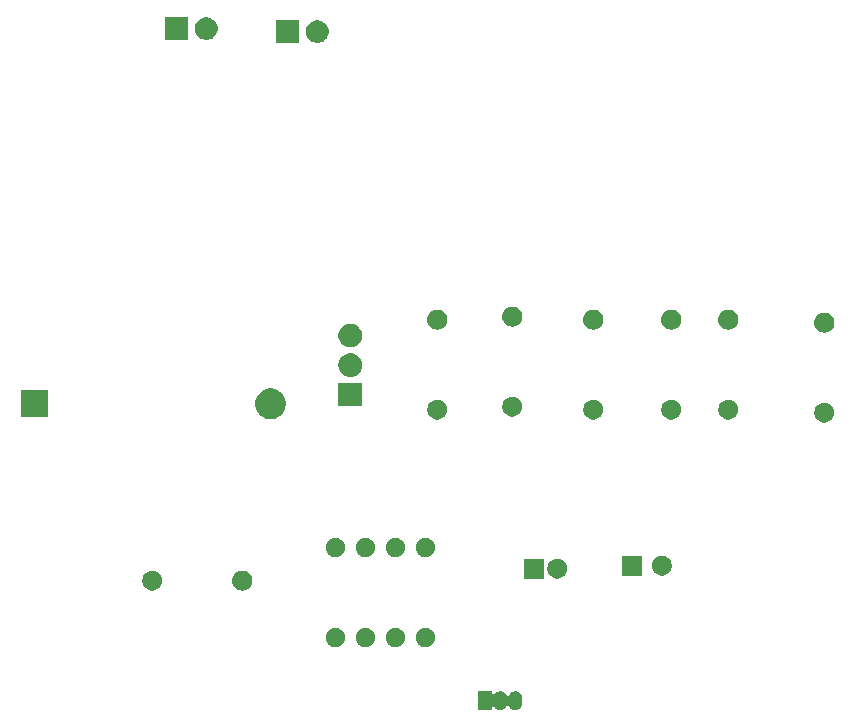
<source format=gbs>
G04 #@! TF.GenerationSoftware,KiCad,Pcbnew,5.1.4+dfsg1-1*
G04 #@! TF.CreationDate,2019-08-20T23:47:00-04:00*
G04 #@! TF.ProjectId,hello_world,68656c6c-6f5f-4776-9f72-6c642e6b6963,v01*
G04 #@! TF.SameCoordinates,Original*
G04 #@! TF.FileFunction,Soldermask,Bot*
G04 #@! TF.FilePolarity,Negative*
%FSLAX46Y46*%
G04 Gerber Fmt 4.6, Leading zero omitted, Abs format (unit mm)*
G04 Created by KiCad (PCBNEW 5.1.4+dfsg1-1) date 2019-08-20 23:47:00*
%MOMM*%
%LPD*%
G04 APERTURE LIST*
%ADD10C,0.100000*%
G04 APERTURE END LIST*
D10*
G36*
X171054915Y-129509334D02*
G01*
X171163491Y-129542271D01*
X171163494Y-129542272D01*
X171199600Y-129561571D01*
X171263556Y-129595756D01*
X171351264Y-129667736D01*
X171423244Y-129755443D01*
X171457429Y-129819399D01*
X171476728Y-129855505D01*
X171476729Y-129855508D01*
X171509666Y-129964084D01*
X171518000Y-130048702D01*
X171518000Y-130555297D01*
X171509666Y-130639916D01*
X171477252Y-130746767D01*
X171476728Y-130748495D01*
X171466761Y-130767141D01*
X171423244Y-130848557D01*
X171351264Y-130936264D01*
X171263557Y-131008244D01*
X171199601Y-131042429D01*
X171163495Y-131061728D01*
X171163492Y-131061729D01*
X171054916Y-131094666D01*
X170942000Y-131105787D01*
X170829085Y-131094666D01*
X170720509Y-131061729D01*
X170720506Y-131061728D01*
X170684400Y-131042429D01*
X170620444Y-131008244D01*
X170532737Y-130936264D01*
X170460757Y-130848557D01*
X170417239Y-130767141D01*
X170403625Y-130746766D01*
X170386298Y-130729439D01*
X170365924Y-130715826D01*
X170343285Y-130706448D01*
X170319252Y-130701668D01*
X170294748Y-130701668D01*
X170270715Y-130706448D01*
X170248076Y-130715826D01*
X170227701Y-130729440D01*
X170210374Y-130746767D01*
X170196761Y-130767141D01*
X170153244Y-130848557D01*
X170081264Y-130936264D01*
X169993557Y-131008244D01*
X169929601Y-131042429D01*
X169893495Y-131061728D01*
X169893492Y-131061729D01*
X169784916Y-131094666D01*
X169672000Y-131105787D01*
X169559085Y-131094666D01*
X169450509Y-131061729D01*
X169450506Y-131061728D01*
X169414400Y-131042429D01*
X169350444Y-131008244D01*
X169262737Y-130936264D01*
X169199622Y-130859359D01*
X169182297Y-130842034D01*
X169161923Y-130828420D01*
X169139284Y-130819043D01*
X169115250Y-130814263D01*
X169090746Y-130814263D01*
X169066713Y-130819044D01*
X169044074Y-130828421D01*
X169023700Y-130842035D01*
X169006373Y-130859362D01*
X168992759Y-130879736D01*
X168983382Y-130902375D01*
X168978000Y-130938660D01*
X168978000Y-131103000D01*
X167826000Y-131103000D01*
X167826000Y-129501000D01*
X168978000Y-129501000D01*
X168978000Y-129665341D01*
X168980402Y-129689727D01*
X168987515Y-129713176D01*
X168999066Y-129734787D01*
X169014611Y-129753729D01*
X169033553Y-129769274D01*
X169055164Y-129780825D01*
X169078613Y-129787938D01*
X169102999Y-129790340D01*
X169127385Y-129787938D01*
X169150834Y-129780825D01*
X169172445Y-129769274D01*
X169191387Y-129753729D01*
X169199608Y-129744657D01*
X169262736Y-129667736D01*
X169350443Y-129595756D01*
X169414399Y-129561571D01*
X169450505Y-129542272D01*
X169450508Y-129542271D01*
X169559084Y-129509334D01*
X169672000Y-129498213D01*
X169784915Y-129509334D01*
X169893491Y-129542271D01*
X169893494Y-129542272D01*
X169929600Y-129561571D01*
X169993556Y-129595756D01*
X170081264Y-129667736D01*
X170153244Y-129755443D01*
X170196761Y-129836859D01*
X170210375Y-129857234D01*
X170227702Y-129874561D01*
X170248076Y-129888174D01*
X170270715Y-129897552D01*
X170294748Y-129902332D01*
X170319252Y-129902332D01*
X170343285Y-129897552D01*
X170365924Y-129888174D01*
X170386299Y-129874560D01*
X170403626Y-129857233D01*
X170417239Y-129836860D01*
X170460756Y-129755444D01*
X170532736Y-129667736D01*
X170620443Y-129595756D01*
X170684399Y-129561571D01*
X170720505Y-129542272D01*
X170720508Y-129542271D01*
X170829084Y-129509334D01*
X170942000Y-129498213D01*
X171054915Y-129509334D01*
X171054915Y-129509334D01*
G37*
G36*
X158479142Y-124186242D02*
G01*
X158627101Y-124247529D01*
X158760255Y-124336499D01*
X158873501Y-124449745D01*
X158962471Y-124582899D01*
X159023758Y-124730858D01*
X159055000Y-124887925D01*
X159055000Y-125048075D01*
X159023758Y-125205142D01*
X158962471Y-125353101D01*
X158873501Y-125486255D01*
X158760255Y-125599501D01*
X158627101Y-125688471D01*
X158479142Y-125749758D01*
X158322075Y-125781000D01*
X158161925Y-125781000D01*
X158004858Y-125749758D01*
X157856899Y-125688471D01*
X157723745Y-125599501D01*
X157610499Y-125486255D01*
X157521529Y-125353101D01*
X157460242Y-125205142D01*
X157429000Y-125048075D01*
X157429000Y-124887925D01*
X157460242Y-124730858D01*
X157521529Y-124582899D01*
X157610499Y-124449745D01*
X157723745Y-124336499D01*
X157856899Y-124247529D01*
X158004858Y-124186242D01*
X158161925Y-124155000D01*
X158322075Y-124155000D01*
X158479142Y-124186242D01*
X158479142Y-124186242D01*
G37*
G36*
X161019142Y-124186242D02*
G01*
X161167101Y-124247529D01*
X161300255Y-124336499D01*
X161413501Y-124449745D01*
X161502471Y-124582899D01*
X161563758Y-124730858D01*
X161595000Y-124887925D01*
X161595000Y-125048075D01*
X161563758Y-125205142D01*
X161502471Y-125353101D01*
X161413501Y-125486255D01*
X161300255Y-125599501D01*
X161167101Y-125688471D01*
X161019142Y-125749758D01*
X160862075Y-125781000D01*
X160701925Y-125781000D01*
X160544858Y-125749758D01*
X160396899Y-125688471D01*
X160263745Y-125599501D01*
X160150499Y-125486255D01*
X160061529Y-125353101D01*
X160000242Y-125205142D01*
X159969000Y-125048075D01*
X159969000Y-124887925D01*
X160000242Y-124730858D01*
X160061529Y-124582899D01*
X160150499Y-124449745D01*
X160263745Y-124336499D01*
X160396899Y-124247529D01*
X160544858Y-124186242D01*
X160701925Y-124155000D01*
X160862075Y-124155000D01*
X161019142Y-124186242D01*
X161019142Y-124186242D01*
G37*
G36*
X163559142Y-124186242D02*
G01*
X163707101Y-124247529D01*
X163840255Y-124336499D01*
X163953501Y-124449745D01*
X164042471Y-124582899D01*
X164103758Y-124730858D01*
X164135000Y-124887925D01*
X164135000Y-125048075D01*
X164103758Y-125205142D01*
X164042471Y-125353101D01*
X163953501Y-125486255D01*
X163840255Y-125599501D01*
X163707101Y-125688471D01*
X163559142Y-125749758D01*
X163402075Y-125781000D01*
X163241925Y-125781000D01*
X163084858Y-125749758D01*
X162936899Y-125688471D01*
X162803745Y-125599501D01*
X162690499Y-125486255D01*
X162601529Y-125353101D01*
X162540242Y-125205142D01*
X162509000Y-125048075D01*
X162509000Y-124887925D01*
X162540242Y-124730858D01*
X162601529Y-124582899D01*
X162690499Y-124449745D01*
X162803745Y-124336499D01*
X162936899Y-124247529D01*
X163084858Y-124186242D01*
X163241925Y-124155000D01*
X163402075Y-124155000D01*
X163559142Y-124186242D01*
X163559142Y-124186242D01*
G37*
G36*
X155939142Y-124186242D02*
G01*
X156087101Y-124247529D01*
X156220255Y-124336499D01*
X156333501Y-124449745D01*
X156422471Y-124582899D01*
X156483758Y-124730858D01*
X156515000Y-124887925D01*
X156515000Y-125048075D01*
X156483758Y-125205142D01*
X156422471Y-125353101D01*
X156333501Y-125486255D01*
X156220255Y-125599501D01*
X156087101Y-125688471D01*
X155939142Y-125749758D01*
X155782075Y-125781000D01*
X155621925Y-125781000D01*
X155464858Y-125749758D01*
X155316899Y-125688471D01*
X155183745Y-125599501D01*
X155070499Y-125486255D01*
X154981529Y-125353101D01*
X154920242Y-125205142D01*
X154889000Y-125048075D01*
X154889000Y-124887925D01*
X154920242Y-124730858D01*
X154981529Y-124582899D01*
X155070499Y-124449745D01*
X155183745Y-124336499D01*
X155316899Y-124247529D01*
X155464858Y-124186242D01*
X155621925Y-124155000D01*
X155782075Y-124155000D01*
X155939142Y-124186242D01*
X155939142Y-124186242D01*
G37*
G36*
X140456228Y-119323703D02*
G01*
X140611100Y-119387853D01*
X140750481Y-119480985D01*
X140869015Y-119599519D01*
X140962147Y-119738900D01*
X141026297Y-119893772D01*
X141059000Y-120058184D01*
X141059000Y-120225816D01*
X141026297Y-120390228D01*
X140962147Y-120545100D01*
X140869015Y-120684481D01*
X140750481Y-120803015D01*
X140611100Y-120896147D01*
X140456228Y-120960297D01*
X140291816Y-120993000D01*
X140124184Y-120993000D01*
X139959772Y-120960297D01*
X139804900Y-120896147D01*
X139665519Y-120803015D01*
X139546985Y-120684481D01*
X139453853Y-120545100D01*
X139389703Y-120390228D01*
X139357000Y-120225816D01*
X139357000Y-120058184D01*
X139389703Y-119893772D01*
X139453853Y-119738900D01*
X139546985Y-119599519D01*
X139665519Y-119480985D01*
X139804900Y-119387853D01*
X139959772Y-119323703D01*
X140124184Y-119291000D01*
X140291816Y-119291000D01*
X140456228Y-119323703D01*
X140456228Y-119323703D01*
G37*
G36*
X147994823Y-119303313D02*
G01*
X148155242Y-119351976D01*
X148287906Y-119422886D01*
X148303078Y-119430996D01*
X148432659Y-119537341D01*
X148539004Y-119666922D01*
X148539005Y-119666924D01*
X148618024Y-119814758D01*
X148666687Y-119975177D01*
X148683117Y-120142000D01*
X148666687Y-120308823D01*
X148618024Y-120469242D01*
X148577477Y-120545100D01*
X148539004Y-120617078D01*
X148432659Y-120746659D01*
X148303078Y-120853004D01*
X148303076Y-120853005D01*
X148155242Y-120932024D01*
X147994823Y-120980687D01*
X147869804Y-120993000D01*
X147786196Y-120993000D01*
X147661177Y-120980687D01*
X147500758Y-120932024D01*
X147352924Y-120853005D01*
X147352922Y-120853004D01*
X147223341Y-120746659D01*
X147116996Y-120617078D01*
X147078523Y-120545100D01*
X147037976Y-120469242D01*
X146989313Y-120308823D01*
X146972883Y-120142000D01*
X146989313Y-119975177D01*
X147037976Y-119814758D01*
X147116995Y-119666924D01*
X147116996Y-119666922D01*
X147223341Y-119537341D01*
X147352922Y-119430996D01*
X147368094Y-119422886D01*
X147500758Y-119351976D01*
X147661177Y-119303313D01*
X147786196Y-119291000D01*
X147869804Y-119291000D01*
X147994823Y-119303313D01*
X147994823Y-119303313D01*
G37*
G36*
X174746228Y-118307703D02*
G01*
X174901100Y-118371853D01*
X175040481Y-118464985D01*
X175159015Y-118583519D01*
X175252147Y-118722900D01*
X175316297Y-118877772D01*
X175349000Y-119042184D01*
X175349000Y-119209816D01*
X175316297Y-119374228D01*
X175252147Y-119529100D01*
X175159015Y-119668481D01*
X175040481Y-119787015D01*
X174901100Y-119880147D01*
X174746228Y-119944297D01*
X174581816Y-119977000D01*
X174414184Y-119977000D01*
X174249772Y-119944297D01*
X174094900Y-119880147D01*
X173955519Y-119787015D01*
X173836985Y-119668481D01*
X173743853Y-119529100D01*
X173679703Y-119374228D01*
X173647000Y-119209816D01*
X173647000Y-119042184D01*
X173679703Y-118877772D01*
X173743853Y-118722900D01*
X173836985Y-118583519D01*
X173955519Y-118464985D01*
X174094900Y-118371853D01*
X174249772Y-118307703D01*
X174414184Y-118275000D01*
X174581816Y-118275000D01*
X174746228Y-118307703D01*
X174746228Y-118307703D01*
G37*
G36*
X173349000Y-119977000D02*
G01*
X171647000Y-119977000D01*
X171647000Y-118275000D01*
X173349000Y-118275000D01*
X173349000Y-119977000D01*
X173349000Y-119977000D01*
G37*
G36*
X181699000Y-119723000D02*
G01*
X179997000Y-119723000D01*
X179997000Y-118021000D01*
X181699000Y-118021000D01*
X181699000Y-119723000D01*
X181699000Y-119723000D01*
G37*
G36*
X183596228Y-118053703D02*
G01*
X183751100Y-118117853D01*
X183890481Y-118210985D01*
X184009015Y-118329519D01*
X184102147Y-118468900D01*
X184166297Y-118623772D01*
X184199000Y-118788184D01*
X184199000Y-118955816D01*
X184166297Y-119120228D01*
X184102147Y-119275100D01*
X184009015Y-119414481D01*
X183890481Y-119533015D01*
X183751100Y-119626147D01*
X183596228Y-119690297D01*
X183431816Y-119723000D01*
X183264184Y-119723000D01*
X183099772Y-119690297D01*
X182944900Y-119626147D01*
X182805519Y-119533015D01*
X182686985Y-119414481D01*
X182593853Y-119275100D01*
X182529703Y-119120228D01*
X182497000Y-118955816D01*
X182497000Y-118788184D01*
X182529703Y-118623772D01*
X182593853Y-118468900D01*
X182686985Y-118329519D01*
X182805519Y-118210985D01*
X182944900Y-118117853D01*
X183099772Y-118053703D01*
X183264184Y-118021000D01*
X183431816Y-118021000D01*
X183596228Y-118053703D01*
X183596228Y-118053703D01*
G37*
G36*
X163559142Y-116566242D02*
G01*
X163707101Y-116627529D01*
X163840255Y-116716499D01*
X163953501Y-116829745D01*
X164042471Y-116962899D01*
X164103758Y-117110858D01*
X164135000Y-117267925D01*
X164135000Y-117428075D01*
X164103758Y-117585142D01*
X164042471Y-117733101D01*
X163953501Y-117866255D01*
X163840255Y-117979501D01*
X163707101Y-118068471D01*
X163559142Y-118129758D01*
X163402075Y-118161000D01*
X163241925Y-118161000D01*
X163084858Y-118129758D01*
X162936899Y-118068471D01*
X162803745Y-117979501D01*
X162690499Y-117866255D01*
X162601529Y-117733101D01*
X162540242Y-117585142D01*
X162509000Y-117428075D01*
X162509000Y-117267925D01*
X162540242Y-117110858D01*
X162601529Y-116962899D01*
X162690499Y-116829745D01*
X162803745Y-116716499D01*
X162936899Y-116627529D01*
X163084858Y-116566242D01*
X163241925Y-116535000D01*
X163402075Y-116535000D01*
X163559142Y-116566242D01*
X163559142Y-116566242D01*
G37*
G36*
X161019142Y-116566242D02*
G01*
X161167101Y-116627529D01*
X161300255Y-116716499D01*
X161413501Y-116829745D01*
X161502471Y-116962899D01*
X161563758Y-117110858D01*
X161595000Y-117267925D01*
X161595000Y-117428075D01*
X161563758Y-117585142D01*
X161502471Y-117733101D01*
X161413501Y-117866255D01*
X161300255Y-117979501D01*
X161167101Y-118068471D01*
X161019142Y-118129758D01*
X160862075Y-118161000D01*
X160701925Y-118161000D01*
X160544858Y-118129758D01*
X160396899Y-118068471D01*
X160263745Y-117979501D01*
X160150499Y-117866255D01*
X160061529Y-117733101D01*
X160000242Y-117585142D01*
X159969000Y-117428075D01*
X159969000Y-117267925D01*
X160000242Y-117110858D01*
X160061529Y-116962899D01*
X160150499Y-116829745D01*
X160263745Y-116716499D01*
X160396899Y-116627529D01*
X160544858Y-116566242D01*
X160701925Y-116535000D01*
X160862075Y-116535000D01*
X161019142Y-116566242D01*
X161019142Y-116566242D01*
G37*
G36*
X158479142Y-116566242D02*
G01*
X158627101Y-116627529D01*
X158760255Y-116716499D01*
X158873501Y-116829745D01*
X158962471Y-116962899D01*
X159023758Y-117110858D01*
X159055000Y-117267925D01*
X159055000Y-117428075D01*
X159023758Y-117585142D01*
X158962471Y-117733101D01*
X158873501Y-117866255D01*
X158760255Y-117979501D01*
X158627101Y-118068471D01*
X158479142Y-118129758D01*
X158322075Y-118161000D01*
X158161925Y-118161000D01*
X158004858Y-118129758D01*
X157856899Y-118068471D01*
X157723745Y-117979501D01*
X157610499Y-117866255D01*
X157521529Y-117733101D01*
X157460242Y-117585142D01*
X157429000Y-117428075D01*
X157429000Y-117267925D01*
X157460242Y-117110858D01*
X157521529Y-116962899D01*
X157610499Y-116829745D01*
X157723745Y-116716499D01*
X157856899Y-116627529D01*
X158004858Y-116566242D01*
X158161925Y-116535000D01*
X158322075Y-116535000D01*
X158479142Y-116566242D01*
X158479142Y-116566242D01*
G37*
G36*
X155939142Y-116566242D02*
G01*
X156087101Y-116627529D01*
X156220255Y-116716499D01*
X156333501Y-116829745D01*
X156422471Y-116962899D01*
X156483758Y-117110858D01*
X156515000Y-117267925D01*
X156515000Y-117428075D01*
X156483758Y-117585142D01*
X156422471Y-117733101D01*
X156333501Y-117866255D01*
X156220255Y-117979501D01*
X156087101Y-118068471D01*
X155939142Y-118129758D01*
X155782075Y-118161000D01*
X155621925Y-118161000D01*
X155464858Y-118129758D01*
X155316899Y-118068471D01*
X155183745Y-117979501D01*
X155070499Y-117866255D01*
X154981529Y-117733101D01*
X154920242Y-117585142D01*
X154889000Y-117428075D01*
X154889000Y-117267925D01*
X154920242Y-117110858D01*
X154981529Y-116962899D01*
X155070499Y-116829745D01*
X155183745Y-116716499D01*
X155316899Y-116627529D01*
X155464858Y-116566242D01*
X155621925Y-116535000D01*
X155782075Y-116535000D01*
X155939142Y-116566242D01*
X155939142Y-116566242D01*
G37*
G36*
X197352228Y-105099703D02*
G01*
X197507100Y-105163853D01*
X197646481Y-105256985D01*
X197765015Y-105375519D01*
X197858147Y-105514900D01*
X197922297Y-105669772D01*
X197955000Y-105834184D01*
X197955000Y-106001816D01*
X197922297Y-106166228D01*
X197858147Y-106321100D01*
X197765015Y-106460481D01*
X197646481Y-106579015D01*
X197507100Y-106672147D01*
X197352228Y-106736297D01*
X197187816Y-106769000D01*
X197020184Y-106769000D01*
X196855772Y-106736297D01*
X196700900Y-106672147D01*
X196561519Y-106579015D01*
X196442985Y-106460481D01*
X196349853Y-106321100D01*
X196285703Y-106166228D01*
X196253000Y-106001816D01*
X196253000Y-105834184D01*
X196285703Y-105669772D01*
X196349853Y-105514900D01*
X196442985Y-105375519D01*
X196561519Y-105256985D01*
X196700900Y-105163853D01*
X196855772Y-105099703D01*
X197020184Y-105067000D01*
X197187816Y-105067000D01*
X197352228Y-105099703D01*
X197352228Y-105099703D01*
G37*
G36*
X164586228Y-104845703D02*
G01*
X164741100Y-104909853D01*
X164880481Y-105002985D01*
X164999015Y-105121519D01*
X165092147Y-105260900D01*
X165156297Y-105415772D01*
X165189000Y-105580184D01*
X165189000Y-105747816D01*
X165156297Y-105912228D01*
X165092147Y-106067100D01*
X164999015Y-106206481D01*
X164880481Y-106325015D01*
X164741100Y-106418147D01*
X164586228Y-106482297D01*
X164421816Y-106515000D01*
X164254184Y-106515000D01*
X164089772Y-106482297D01*
X163934900Y-106418147D01*
X163795519Y-106325015D01*
X163676985Y-106206481D01*
X163583853Y-106067100D01*
X163519703Y-105912228D01*
X163487000Y-105747816D01*
X163487000Y-105580184D01*
X163519703Y-105415772D01*
X163583853Y-105260900D01*
X163676985Y-105121519D01*
X163795519Y-105002985D01*
X163934900Y-104909853D01*
X164089772Y-104845703D01*
X164254184Y-104813000D01*
X164421816Y-104813000D01*
X164586228Y-104845703D01*
X164586228Y-104845703D01*
G37*
G36*
X189224228Y-104845703D02*
G01*
X189379100Y-104909853D01*
X189518481Y-105002985D01*
X189637015Y-105121519D01*
X189730147Y-105260900D01*
X189794297Y-105415772D01*
X189827000Y-105580184D01*
X189827000Y-105747816D01*
X189794297Y-105912228D01*
X189730147Y-106067100D01*
X189637015Y-106206481D01*
X189518481Y-106325015D01*
X189379100Y-106418147D01*
X189224228Y-106482297D01*
X189059816Y-106515000D01*
X188892184Y-106515000D01*
X188727772Y-106482297D01*
X188572900Y-106418147D01*
X188433519Y-106325015D01*
X188314985Y-106206481D01*
X188221853Y-106067100D01*
X188157703Y-105912228D01*
X188125000Y-105747816D01*
X188125000Y-105580184D01*
X188157703Y-105415772D01*
X188221853Y-105260900D01*
X188314985Y-105121519D01*
X188433519Y-105002985D01*
X188572900Y-104909853D01*
X188727772Y-104845703D01*
X188892184Y-104813000D01*
X189059816Y-104813000D01*
X189224228Y-104845703D01*
X189224228Y-104845703D01*
G37*
G36*
X184398228Y-104845703D02*
G01*
X184553100Y-104909853D01*
X184692481Y-105002985D01*
X184811015Y-105121519D01*
X184904147Y-105260900D01*
X184968297Y-105415772D01*
X185001000Y-105580184D01*
X185001000Y-105747816D01*
X184968297Y-105912228D01*
X184904147Y-106067100D01*
X184811015Y-106206481D01*
X184692481Y-106325015D01*
X184553100Y-106418147D01*
X184398228Y-106482297D01*
X184233816Y-106515000D01*
X184066184Y-106515000D01*
X183901772Y-106482297D01*
X183746900Y-106418147D01*
X183607519Y-106325015D01*
X183488985Y-106206481D01*
X183395853Y-106067100D01*
X183331703Y-105912228D01*
X183299000Y-105747816D01*
X183299000Y-105580184D01*
X183331703Y-105415772D01*
X183395853Y-105260900D01*
X183488985Y-105121519D01*
X183607519Y-105002985D01*
X183746900Y-104909853D01*
X183901772Y-104845703D01*
X184066184Y-104813000D01*
X184233816Y-104813000D01*
X184398228Y-104845703D01*
X184398228Y-104845703D01*
G37*
G36*
X177794228Y-104845703D02*
G01*
X177949100Y-104909853D01*
X178088481Y-105002985D01*
X178207015Y-105121519D01*
X178300147Y-105260900D01*
X178364297Y-105415772D01*
X178397000Y-105580184D01*
X178397000Y-105747816D01*
X178364297Y-105912228D01*
X178300147Y-106067100D01*
X178207015Y-106206481D01*
X178088481Y-106325015D01*
X177949100Y-106418147D01*
X177794228Y-106482297D01*
X177629816Y-106515000D01*
X177462184Y-106515000D01*
X177297772Y-106482297D01*
X177142900Y-106418147D01*
X177003519Y-106325015D01*
X176884985Y-106206481D01*
X176791853Y-106067100D01*
X176727703Y-105912228D01*
X176695000Y-105747816D01*
X176695000Y-105580184D01*
X176727703Y-105415772D01*
X176791853Y-105260900D01*
X176884985Y-105121519D01*
X177003519Y-105002985D01*
X177142900Y-104909853D01*
X177297772Y-104845703D01*
X177462184Y-104813000D01*
X177629816Y-104813000D01*
X177794228Y-104845703D01*
X177794228Y-104845703D01*
G37*
G36*
X150604888Y-103929997D02*
G01*
X150841654Y-104028069D01*
X150841656Y-104028070D01*
X151054740Y-104170448D01*
X151235954Y-104351662D01*
X151374493Y-104559000D01*
X151378333Y-104564748D01*
X151476405Y-104801514D01*
X151526401Y-105052862D01*
X151526401Y-105309140D01*
X151476405Y-105560488D01*
X151435919Y-105658229D01*
X151378332Y-105797256D01*
X151235954Y-106010340D01*
X151054740Y-106191554D01*
X150841656Y-106333932D01*
X150841655Y-106333933D01*
X150841654Y-106333933D01*
X150604888Y-106432005D01*
X150353540Y-106482001D01*
X150097262Y-106482001D01*
X149845914Y-106432005D01*
X149609148Y-106333933D01*
X149609147Y-106333933D01*
X149609146Y-106333932D01*
X149396062Y-106191554D01*
X149214848Y-106010340D01*
X149072470Y-105797256D01*
X149014883Y-105658229D01*
X148974397Y-105560488D01*
X148924401Y-105309140D01*
X148924401Y-105052862D01*
X148974397Y-104801514D01*
X149072469Y-104564748D01*
X149076310Y-104559000D01*
X149214848Y-104351662D01*
X149396062Y-104170448D01*
X149609146Y-104028070D01*
X149609148Y-104028069D01*
X149845914Y-103929997D01*
X150097262Y-103880001D01*
X150353540Y-103880001D01*
X150604888Y-103929997D01*
X150604888Y-103929997D01*
G37*
G36*
X131361401Y-106317001D02*
G01*
X129089401Y-106317001D01*
X129089401Y-104045001D01*
X131361401Y-104045001D01*
X131361401Y-106317001D01*
X131361401Y-106317001D01*
G37*
G36*
X170936228Y-104591703D02*
G01*
X171091100Y-104655853D01*
X171230481Y-104748985D01*
X171349015Y-104867519D01*
X171442147Y-105006900D01*
X171506297Y-105161772D01*
X171539000Y-105326184D01*
X171539000Y-105493816D01*
X171506297Y-105658228D01*
X171442147Y-105813100D01*
X171349015Y-105952481D01*
X171230481Y-106071015D01*
X171091100Y-106164147D01*
X170936228Y-106228297D01*
X170771816Y-106261000D01*
X170604184Y-106261000D01*
X170439772Y-106228297D01*
X170284900Y-106164147D01*
X170145519Y-106071015D01*
X170026985Y-105952481D01*
X169933853Y-105813100D01*
X169869703Y-105658228D01*
X169837000Y-105493816D01*
X169837000Y-105326184D01*
X169869703Y-105161772D01*
X169933853Y-105006900D01*
X170026985Y-104867519D01*
X170145519Y-104748985D01*
X170284900Y-104655853D01*
X170439772Y-104591703D01*
X170604184Y-104559000D01*
X170771816Y-104559000D01*
X170936228Y-104591703D01*
X170936228Y-104591703D01*
G37*
G36*
X157973000Y-105395000D02*
G01*
X155971000Y-105395000D01*
X155971000Y-103393000D01*
X157973000Y-103393000D01*
X157973000Y-105395000D01*
X157973000Y-105395000D01*
G37*
G36*
X157167285Y-100912234D02*
G01*
X157263981Y-100931468D01*
X157446151Y-101006926D01*
X157610100Y-101116473D01*
X157749527Y-101255900D01*
X157859074Y-101419849D01*
X157934532Y-101602019D01*
X157973000Y-101795410D01*
X157973000Y-101992590D01*
X157934532Y-102185981D01*
X157859074Y-102368151D01*
X157749527Y-102532100D01*
X157610100Y-102671527D01*
X157446151Y-102781074D01*
X157263981Y-102856532D01*
X157167285Y-102875766D01*
X157070591Y-102895000D01*
X156873409Y-102895000D01*
X156776715Y-102875766D01*
X156680019Y-102856532D01*
X156497849Y-102781074D01*
X156333900Y-102671527D01*
X156194473Y-102532100D01*
X156084926Y-102368151D01*
X156009468Y-102185981D01*
X155971000Y-101992590D01*
X155971000Y-101795410D01*
X156009468Y-101602019D01*
X156084926Y-101419849D01*
X156194473Y-101255900D01*
X156333900Y-101116473D01*
X156497849Y-101006926D01*
X156680019Y-100931468D01*
X156776715Y-100912234D01*
X156873409Y-100893000D01*
X157070591Y-100893000D01*
X157167285Y-100912234D01*
X157167285Y-100912234D01*
G37*
G36*
X157167285Y-98412234D02*
G01*
X157263981Y-98431468D01*
X157446151Y-98506926D01*
X157610100Y-98616473D01*
X157749527Y-98755900D01*
X157859074Y-98919849D01*
X157934532Y-99102019D01*
X157973000Y-99295410D01*
X157973000Y-99492590D01*
X157934532Y-99685981D01*
X157859074Y-99868151D01*
X157749527Y-100032100D01*
X157610100Y-100171527D01*
X157446151Y-100281074D01*
X157263981Y-100356532D01*
X157167285Y-100375766D01*
X157070591Y-100395000D01*
X156873409Y-100395000D01*
X156776715Y-100375766D01*
X156680019Y-100356532D01*
X156497849Y-100281074D01*
X156333900Y-100171527D01*
X156194473Y-100032100D01*
X156084926Y-99868151D01*
X156009468Y-99685981D01*
X155971000Y-99492590D01*
X155971000Y-99295410D01*
X156009468Y-99102019D01*
X156084926Y-98919849D01*
X156194473Y-98755900D01*
X156333900Y-98616473D01*
X156497849Y-98506926D01*
X156680019Y-98431468D01*
X156873409Y-98393000D01*
X157070591Y-98393000D01*
X157167285Y-98412234D01*
X157167285Y-98412234D01*
G37*
G36*
X197270823Y-97459313D02*
G01*
X197431242Y-97507976D01*
X197563906Y-97578886D01*
X197579078Y-97586996D01*
X197708659Y-97693341D01*
X197815004Y-97822922D01*
X197815005Y-97822924D01*
X197894024Y-97970758D01*
X197942687Y-98131177D01*
X197959117Y-98298000D01*
X197942687Y-98464823D01*
X197894024Y-98625242D01*
X197885601Y-98641000D01*
X197815004Y-98773078D01*
X197708659Y-98902659D01*
X197579078Y-99009004D01*
X197579076Y-99009005D01*
X197431242Y-99088024D01*
X197270823Y-99136687D01*
X197145804Y-99149000D01*
X197062196Y-99149000D01*
X196937177Y-99136687D01*
X196776758Y-99088024D01*
X196628924Y-99009005D01*
X196628922Y-99009004D01*
X196499341Y-98902659D01*
X196392996Y-98773078D01*
X196322399Y-98641000D01*
X196313976Y-98625242D01*
X196265313Y-98464823D01*
X196248883Y-98298000D01*
X196265313Y-98131177D01*
X196313976Y-97970758D01*
X196392995Y-97822924D01*
X196392996Y-97822922D01*
X196499341Y-97693341D01*
X196628922Y-97586996D01*
X196644094Y-97578886D01*
X196776758Y-97507976D01*
X196937177Y-97459313D01*
X197062196Y-97447000D01*
X197145804Y-97447000D01*
X197270823Y-97459313D01*
X197270823Y-97459313D01*
G37*
G36*
X184316823Y-97205313D02*
G01*
X184477242Y-97253976D01*
X184609906Y-97324886D01*
X184625078Y-97332996D01*
X184754659Y-97439341D01*
X184861004Y-97568922D01*
X184861005Y-97568924D01*
X184940024Y-97716758D01*
X184988687Y-97877177D01*
X185005117Y-98044000D01*
X184988687Y-98210823D01*
X184940024Y-98371242D01*
X184928394Y-98393000D01*
X184861004Y-98519078D01*
X184754659Y-98648659D01*
X184625078Y-98755004D01*
X184625076Y-98755005D01*
X184477242Y-98834024D01*
X184316823Y-98882687D01*
X184191804Y-98895000D01*
X184108196Y-98895000D01*
X183983177Y-98882687D01*
X183822758Y-98834024D01*
X183674924Y-98755005D01*
X183674922Y-98755004D01*
X183545341Y-98648659D01*
X183438996Y-98519078D01*
X183371606Y-98393000D01*
X183359976Y-98371242D01*
X183311313Y-98210823D01*
X183294883Y-98044000D01*
X183311313Y-97877177D01*
X183359976Y-97716758D01*
X183438995Y-97568924D01*
X183438996Y-97568922D01*
X183545341Y-97439341D01*
X183674922Y-97332996D01*
X183690094Y-97324886D01*
X183822758Y-97253976D01*
X183983177Y-97205313D01*
X184108196Y-97193000D01*
X184191804Y-97193000D01*
X184316823Y-97205313D01*
X184316823Y-97205313D01*
G37*
G36*
X164504823Y-97205313D02*
G01*
X164665242Y-97253976D01*
X164797906Y-97324886D01*
X164813078Y-97332996D01*
X164942659Y-97439341D01*
X165049004Y-97568922D01*
X165049005Y-97568924D01*
X165128024Y-97716758D01*
X165176687Y-97877177D01*
X165193117Y-98044000D01*
X165176687Y-98210823D01*
X165128024Y-98371242D01*
X165116394Y-98393000D01*
X165049004Y-98519078D01*
X164942659Y-98648659D01*
X164813078Y-98755004D01*
X164813076Y-98755005D01*
X164665242Y-98834024D01*
X164504823Y-98882687D01*
X164379804Y-98895000D01*
X164296196Y-98895000D01*
X164171177Y-98882687D01*
X164010758Y-98834024D01*
X163862924Y-98755005D01*
X163862922Y-98755004D01*
X163733341Y-98648659D01*
X163626996Y-98519078D01*
X163559606Y-98393000D01*
X163547976Y-98371242D01*
X163499313Y-98210823D01*
X163482883Y-98044000D01*
X163499313Y-97877177D01*
X163547976Y-97716758D01*
X163626995Y-97568924D01*
X163626996Y-97568922D01*
X163733341Y-97439341D01*
X163862922Y-97332996D01*
X163878094Y-97324886D01*
X164010758Y-97253976D01*
X164171177Y-97205313D01*
X164296196Y-97193000D01*
X164379804Y-97193000D01*
X164504823Y-97205313D01*
X164504823Y-97205313D01*
G37*
G36*
X189142823Y-97205313D02*
G01*
X189303242Y-97253976D01*
X189435906Y-97324886D01*
X189451078Y-97332996D01*
X189580659Y-97439341D01*
X189687004Y-97568922D01*
X189687005Y-97568924D01*
X189766024Y-97716758D01*
X189814687Y-97877177D01*
X189831117Y-98044000D01*
X189814687Y-98210823D01*
X189766024Y-98371242D01*
X189754394Y-98393000D01*
X189687004Y-98519078D01*
X189580659Y-98648659D01*
X189451078Y-98755004D01*
X189451076Y-98755005D01*
X189303242Y-98834024D01*
X189142823Y-98882687D01*
X189017804Y-98895000D01*
X188934196Y-98895000D01*
X188809177Y-98882687D01*
X188648758Y-98834024D01*
X188500924Y-98755005D01*
X188500922Y-98755004D01*
X188371341Y-98648659D01*
X188264996Y-98519078D01*
X188197606Y-98393000D01*
X188185976Y-98371242D01*
X188137313Y-98210823D01*
X188120883Y-98044000D01*
X188137313Y-97877177D01*
X188185976Y-97716758D01*
X188264995Y-97568924D01*
X188264996Y-97568922D01*
X188371341Y-97439341D01*
X188500922Y-97332996D01*
X188516094Y-97324886D01*
X188648758Y-97253976D01*
X188809177Y-97205313D01*
X188934196Y-97193000D01*
X189017804Y-97193000D01*
X189142823Y-97205313D01*
X189142823Y-97205313D01*
G37*
G36*
X177712823Y-97205313D02*
G01*
X177873242Y-97253976D01*
X178005906Y-97324886D01*
X178021078Y-97332996D01*
X178150659Y-97439341D01*
X178257004Y-97568922D01*
X178257005Y-97568924D01*
X178336024Y-97716758D01*
X178384687Y-97877177D01*
X178401117Y-98044000D01*
X178384687Y-98210823D01*
X178336024Y-98371242D01*
X178324394Y-98393000D01*
X178257004Y-98519078D01*
X178150659Y-98648659D01*
X178021078Y-98755004D01*
X178021076Y-98755005D01*
X177873242Y-98834024D01*
X177712823Y-98882687D01*
X177587804Y-98895000D01*
X177504196Y-98895000D01*
X177379177Y-98882687D01*
X177218758Y-98834024D01*
X177070924Y-98755005D01*
X177070922Y-98755004D01*
X176941341Y-98648659D01*
X176834996Y-98519078D01*
X176767606Y-98393000D01*
X176755976Y-98371242D01*
X176707313Y-98210823D01*
X176690883Y-98044000D01*
X176707313Y-97877177D01*
X176755976Y-97716758D01*
X176834995Y-97568924D01*
X176834996Y-97568922D01*
X176941341Y-97439341D01*
X177070922Y-97332996D01*
X177086094Y-97324886D01*
X177218758Y-97253976D01*
X177379177Y-97205313D01*
X177504196Y-97193000D01*
X177587804Y-97193000D01*
X177712823Y-97205313D01*
X177712823Y-97205313D01*
G37*
G36*
X170854823Y-96951313D02*
G01*
X171015242Y-96999976D01*
X171147906Y-97070886D01*
X171163078Y-97078996D01*
X171292659Y-97185341D01*
X171399004Y-97314922D01*
X171399005Y-97314924D01*
X171478024Y-97462758D01*
X171526687Y-97623177D01*
X171543117Y-97790000D01*
X171526687Y-97956823D01*
X171478024Y-98117242D01*
X171428004Y-98210823D01*
X171399004Y-98265078D01*
X171292659Y-98394659D01*
X171163078Y-98501004D01*
X171151999Y-98506926D01*
X171015242Y-98580024D01*
X170854823Y-98628687D01*
X170729804Y-98641000D01*
X170646196Y-98641000D01*
X170521177Y-98628687D01*
X170360758Y-98580024D01*
X170224001Y-98506926D01*
X170212922Y-98501004D01*
X170083341Y-98394659D01*
X169976996Y-98265078D01*
X169947996Y-98210823D01*
X169897976Y-98117242D01*
X169849313Y-97956823D01*
X169832883Y-97790000D01*
X169849313Y-97623177D01*
X169897976Y-97462758D01*
X169976995Y-97314924D01*
X169976996Y-97314922D01*
X170083341Y-97185341D01*
X170212922Y-97078996D01*
X170228094Y-97070886D01*
X170360758Y-96999976D01*
X170521177Y-96951313D01*
X170646196Y-96939000D01*
X170729804Y-96939000D01*
X170854823Y-96951313D01*
X170854823Y-96951313D01*
G37*
G36*
X154455395Y-72745546D02*
G01*
X154628466Y-72817234D01*
X154628467Y-72817235D01*
X154784227Y-72921310D01*
X154916690Y-73053773D01*
X154916691Y-73053775D01*
X155020766Y-73209534D01*
X155092454Y-73382605D01*
X155129000Y-73566333D01*
X155129000Y-73753667D01*
X155092454Y-73937395D01*
X155020766Y-74110466D01*
X154969081Y-74187818D01*
X154916690Y-74266227D01*
X154784227Y-74398690D01*
X154705818Y-74451081D01*
X154628466Y-74502766D01*
X154455395Y-74574454D01*
X154271667Y-74611000D01*
X154084333Y-74611000D01*
X153900605Y-74574454D01*
X153727534Y-74502766D01*
X153650182Y-74451081D01*
X153571773Y-74398690D01*
X153439310Y-74266227D01*
X153386919Y-74187818D01*
X153335234Y-74110466D01*
X153263546Y-73937395D01*
X153227000Y-73753667D01*
X153227000Y-73566333D01*
X153263546Y-73382605D01*
X153335234Y-73209534D01*
X153439309Y-73053775D01*
X153439310Y-73053773D01*
X153571773Y-72921310D01*
X153727533Y-72817235D01*
X153727534Y-72817234D01*
X153900605Y-72745546D01*
X154084333Y-72709000D01*
X154271667Y-72709000D01*
X154455395Y-72745546D01*
X154455395Y-72745546D01*
G37*
G36*
X152589000Y-74611000D02*
G01*
X150687000Y-74611000D01*
X150687000Y-72709000D01*
X152589000Y-72709000D01*
X152589000Y-74611000D01*
X152589000Y-74611000D01*
G37*
G36*
X143191000Y-74357000D02*
G01*
X141289000Y-74357000D01*
X141289000Y-72455000D01*
X143191000Y-72455000D01*
X143191000Y-74357000D01*
X143191000Y-74357000D01*
G37*
G36*
X145057395Y-72491546D02*
G01*
X145230466Y-72563234D01*
X145230467Y-72563235D01*
X145386227Y-72667310D01*
X145518690Y-72799773D01*
X145571081Y-72878182D01*
X145622766Y-72955534D01*
X145694454Y-73128605D01*
X145731000Y-73312333D01*
X145731000Y-73499667D01*
X145694454Y-73683395D01*
X145622766Y-73856466D01*
X145622765Y-73856467D01*
X145518690Y-74012227D01*
X145386227Y-74144690D01*
X145307818Y-74197081D01*
X145230466Y-74248766D01*
X145057395Y-74320454D01*
X144873667Y-74357000D01*
X144686333Y-74357000D01*
X144502605Y-74320454D01*
X144329534Y-74248766D01*
X144252182Y-74197081D01*
X144173773Y-74144690D01*
X144041310Y-74012227D01*
X143937235Y-73856467D01*
X143937234Y-73856466D01*
X143865546Y-73683395D01*
X143829000Y-73499667D01*
X143829000Y-73312333D01*
X143865546Y-73128605D01*
X143937234Y-72955534D01*
X143988919Y-72878182D01*
X144041310Y-72799773D01*
X144173773Y-72667310D01*
X144329533Y-72563235D01*
X144329534Y-72563234D01*
X144502605Y-72491546D01*
X144686333Y-72455000D01*
X144873667Y-72455000D01*
X145057395Y-72491546D01*
X145057395Y-72491546D01*
G37*
M02*

</source>
